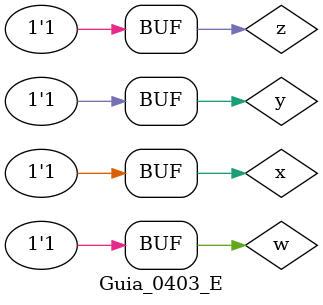
<source format=v>
/**
 * @file Guia_0403_E.v
 * @author 784778 - Wallace Freitas Oliveira (https://github.com/Olivwallace)
 * @brief Guia 04 Exercicio 03 - Arquitetura de Computadores I (PUC-Minas 1°/2023)
 * @date 03-03-2023
 */

`timescale 1ps/1ps
 `include "Guia_0403.v"

 module Guia_0403_E;
    reg x, y, w, z;
    wire s1;

    //Instanciamento
    Questao_E E (s1, x, y, w, z);

    //Inicializacao de Valores
    initial begin
        x = 1'b0; y = 1'b0; w = 1'b0; z = 1'b0;
    end

    //Principal
    initial begin : main
        
        
        $display("Teste Guia_0403 - Expressao Booleana - E");
        
        //Questao E;
        $display("\ne) f (x,y,w,z) = S m ( 0, 2, 3, 8, 9, 13 ) \n");
        
        //Monitoramento
        $display("|  x  y  w  z |  S  |");
        $monitor("| %2b %2b %2b %2b | %2b  |", x, y, w, z, s1);

         //Sinalizacao
        #1 x=0; y=0; w=0; z=0; //0
        #1 x=0; y=0; w=0; z=1; //1
        #1 x=0; y=0; w=1; z=0; //2
        #1 x=0; y=0; w=1; z=1; //3
        #1 x=0; y=1; w=0; z=0; //4
        #1 x=0; y=1; w=0; z=1; //5
        #1 x=0; y=1; w=1; z=0; //6
        #1 x=0; y=1; w=1; z=1; //7
        #1 x=1; y=0; w=0; z=0; //8
        #1 x=1; y=0; w=0; z=1; //9
        #1 x=1; y=0; w=1; z=0; //A
        #1 x=1; y=0; w=1; z=1; //B
        #1 x=1; y=1; w=0; z=0; //C
        #1 x=1; y=1; w=0; z=1; //D
        #1 x=1; y=1; w=1; z=0; //E
        #1 x=1; y=1; w=1; z=1; //F
    end

 endmodule
</source>
